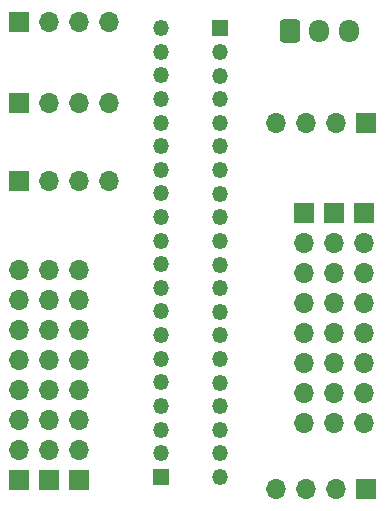
<source format=gbr>
%TF.GenerationSoftware,KiCad,Pcbnew,(6.0.2)*%
%TF.CreationDate,2022-10-19T14:49:45+05:30*%
%TF.ProjectId,header1,68656164-6572-4312-9e6b-696361645f70,rev?*%
%TF.SameCoordinates,Original*%
%TF.FileFunction,Soldermask,Top*%
%TF.FilePolarity,Negative*%
%FSLAX46Y46*%
G04 Gerber Fmt 4.6, Leading zero omitted, Abs format (unit mm)*
G04 Created by KiCad (PCBNEW (6.0.2)) date 2022-10-19 14:49:45*
%MOMM*%
%LPD*%
G01*
G04 APERTURE LIST*
G04 Aperture macros list*
%AMRoundRect*
0 Rectangle with rounded corners*
0 $1 Rounding radius*
0 $2 $3 $4 $5 $6 $7 $8 $9 X,Y pos of 4 corners*
0 Add a 4 corners polygon primitive as box body*
4,1,4,$2,$3,$4,$5,$6,$7,$8,$9,$2,$3,0*
0 Add four circle primitives for the rounded corners*
1,1,$1+$1,$2,$3*
1,1,$1+$1,$4,$5*
1,1,$1+$1,$6,$7*
1,1,$1+$1,$8,$9*
0 Add four rect primitives between the rounded corners*
20,1,$1+$1,$2,$3,$4,$5,0*
20,1,$1+$1,$4,$5,$6,$7,0*
20,1,$1+$1,$6,$7,$8,$9,0*
20,1,$1+$1,$8,$9,$2,$3,0*%
G04 Aperture macros list end*
%ADD10R,1.700000X1.700000*%
%ADD11O,1.700000X1.700000*%
%ADD12RoundRect,0.250000X-0.600000X-0.725000X0.600000X-0.725000X0.600000X0.725000X-0.600000X0.725000X0*%
%ADD13O,1.700000X1.950000*%
%ADD14R,1.350000X1.350000*%
%ADD15O,1.350000X1.350000*%
G04 APERTURE END LIST*
D10*
%TO.C,J13*%
X132324000Y-94742000D03*
D11*
X129784000Y-94742000D03*
X127244000Y-94742000D03*
X124704000Y-94742000D03*
%TD*%
D10*
%TO.C,J7*%
X103000000Y-68707000D03*
D11*
X105540000Y-68707000D03*
X108080000Y-68707000D03*
X110620000Y-68707000D03*
%TD*%
D10*
%TO.C,J11*%
X129667000Y-71374000D03*
D11*
X129667000Y-73914000D03*
X129667000Y-76454000D03*
X129667000Y-78994000D03*
X129667000Y-81534000D03*
X129667000Y-84074000D03*
X129667000Y-86614000D03*
X129667000Y-89154000D03*
%TD*%
D10*
%TO.C,J12*%
X132324000Y-63754000D03*
D11*
X129784000Y-63754000D03*
X127244000Y-63754000D03*
X124704000Y-63754000D03*
%TD*%
D10*
%TO.C,J3*%
X103000000Y-55245000D03*
D11*
X105540000Y-55245000D03*
X108080000Y-55245000D03*
X110620000Y-55245000D03*
%TD*%
D12*
%TO.C,J10*%
X125897000Y-55961000D03*
D13*
X128397000Y-55961000D03*
X130897000Y-55961000D03*
%TD*%
D10*
%TO.C,J2*%
X108080000Y-94000000D03*
D11*
X108080000Y-91460000D03*
X108080000Y-88920000D03*
X108080000Y-86380000D03*
X108080000Y-83840000D03*
X108080000Y-81300000D03*
X108080000Y-78760000D03*
X108080000Y-76220000D03*
%TD*%
D10*
%TO.C,J6*%
X103000000Y-94000000D03*
D11*
X103000000Y-91460000D03*
X103000000Y-88920000D03*
X103000000Y-86380000D03*
X103000000Y-83840000D03*
X103000000Y-81300000D03*
X103000000Y-78760000D03*
X103000000Y-76220000D03*
%TD*%
D10*
%TO.C,J14*%
X127127000Y-71374000D03*
D11*
X127127000Y-73914000D03*
X127127000Y-76454000D03*
X127127000Y-78994000D03*
X127127000Y-81534000D03*
X127127000Y-84074000D03*
X127127000Y-86614000D03*
X127127000Y-89154000D03*
%TD*%
D10*
%TO.C,J4*%
X103000000Y-62103000D03*
D11*
X105540000Y-62103000D03*
X108080000Y-62103000D03*
X110620000Y-62103000D03*
%TD*%
D10*
%TO.C,J5*%
X105540000Y-94000000D03*
D11*
X105540000Y-91460000D03*
X105540000Y-88920000D03*
X105540000Y-86380000D03*
X105540000Y-83840000D03*
X105540000Y-81300000D03*
X105540000Y-78760000D03*
X105540000Y-76220000D03*
%TD*%
D10*
%TO.C,J9*%
X132207000Y-71374000D03*
D11*
X132207000Y-73914000D03*
X132207000Y-76454000D03*
X132207000Y-78994000D03*
X132207000Y-81534000D03*
X132207000Y-84074000D03*
X132207000Y-86614000D03*
X132207000Y-89154000D03*
%TD*%
D14*
%TO.C,J8*%
X120000000Y-55753000D03*
D15*
X120000000Y-57753000D03*
X120000000Y-59753000D03*
X120000000Y-61753000D03*
X120000000Y-63753000D03*
X120000000Y-65753000D03*
X120000000Y-67753000D03*
X120000000Y-69753000D03*
X120000000Y-71753000D03*
X120000000Y-73753000D03*
X120000000Y-75753000D03*
X120000000Y-77753000D03*
X120000000Y-79753000D03*
X120000000Y-81753000D03*
X120000000Y-83753000D03*
X120000000Y-85753000D03*
X120000000Y-87753000D03*
X120000000Y-89753000D03*
X120000000Y-91753000D03*
X120000000Y-93753000D03*
%TD*%
D14*
%TO.C,J1*%
X115000000Y-93730000D03*
D15*
X115000000Y-91730000D03*
X115000000Y-89730000D03*
X115000000Y-87730000D03*
X115000000Y-85730000D03*
X115000000Y-83730000D03*
X115000000Y-81730000D03*
X115000000Y-79730000D03*
X115000000Y-77730000D03*
X115000000Y-75730000D03*
X115000000Y-73730000D03*
X115000000Y-71730000D03*
X115000000Y-69730000D03*
X115000000Y-67730000D03*
X115000000Y-65730000D03*
X115000000Y-63730000D03*
X115000000Y-61730000D03*
X115000000Y-59730000D03*
X115000000Y-57730000D03*
X115000000Y-55730000D03*
%TD*%
M02*

</source>
